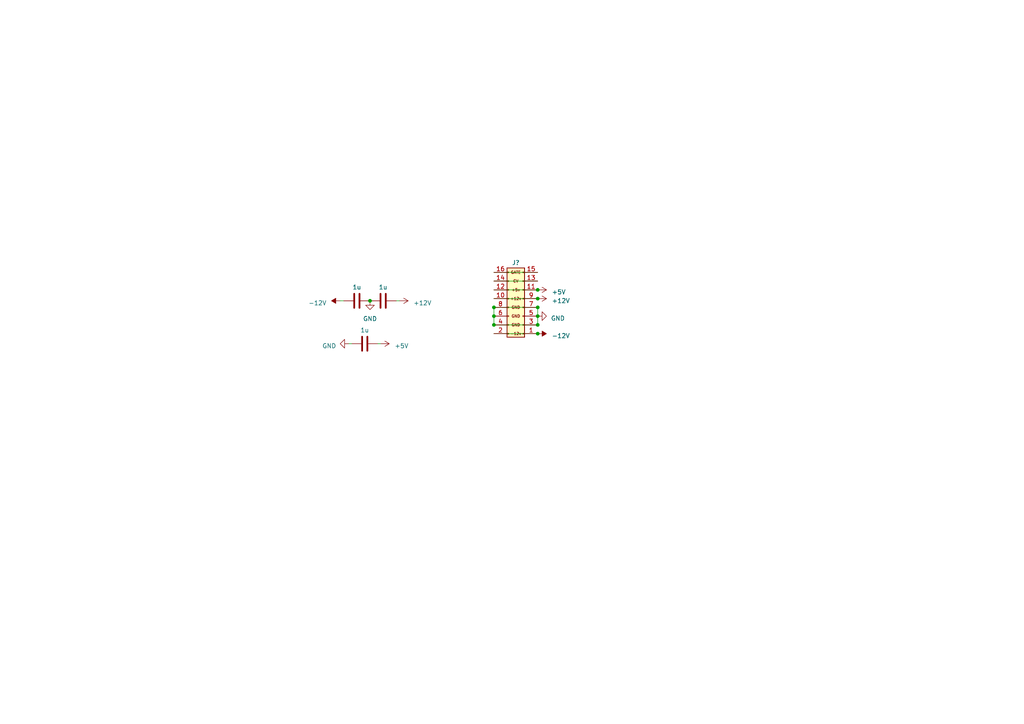
<source format=kicad_sch>
(kicad_sch (version 20230121) (generator eeschema)

  (uuid b7b6c31b-9558-4fd5-8543-c924aa78b4d6)

  (paper "A4")

  (lib_symbols
    (symbol "EuroRackTools:EuroPower16" (pin_names (offset 1.016) hide) (in_bom yes) (on_board yes)
      (property "Reference" "J" (at 1.27 10.16 0)
        (effects (font (size 1.27 1.27)))
      )
      (property "Value" "EuroPower16" (at 1.27 -12.7 0)
        (effects (font (size 1.27 1.27)) hide)
      )
      (property "Footprint" "Connector_IDC:IDC-Header_2x08_P2.54mm_Vertical_SMD" (at 1.524 -18.034 0)
        (effects (font (size 1.27 1.27)) hide)
      )
      (property "Datasheet" "~" (at 1.524 -15.367 0)
        (effects (font (size 1.27 1.27)) hide)
      )
      (property "lcsc" "C383608" (at 5.08 12.7 0)
        (effects (font (size 1.27 1.27)) hide)
      )
      (property "ki_keywords" "connector" (at 0 0 0)
        (effects (font (size 1.27 1.27)) hide)
      )
      (property "ki_description" "Generic connector, double row, 02x08, odd/even pin numbering scheme (row 1 odd numbers, row 2 even numbers), script generated (kicad-library-utils/schlib/autogen/connector/)" (at 0 0 0)
        (effects (font (size 1.27 1.27)) hide)
      )
      (property "ki_fp_filters" "Connector*:*_2x??_*" (at 0 0 0)
        (effects (font (size 1.27 1.27)) hide)
      )
      (symbol "EuroPower16_0_0"
        (text "+12v" (at 1.27 0 0)
          (effects (font (size 0.8 0.8)))
        )
        (text "+5v" (at 1.27 2.54 0)
          (effects (font (size 0.8 0.8)))
        )
        (text "-12v" (at 1.27 -10.16 0)
          (effects (font (size 0.8 0.8)))
        )
        (text "CV" (at 1.27 5.08 0)
          (effects (font (size 0.8 0.8)))
        )
        (text "GATE" (at 1.27 7.62 0)
          (effects (font (size 0.8 0.8)))
        )
        (text "GND" (at 1.27 -7.62 0)
          (effects (font (size 0.8 0.8)))
        )
        (text "GND" (at 1.27 -5.08 0)
          (effects (font (size 0.8 0.8)))
        )
        (text "GND" (at 1.27 -2.54 0)
          (effects (font (size 0.8 0.8)))
        )
      )
      (symbol "EuroPower16_1_1"
        (rectangle (start -1.27 -10.033) (end -0.762 -10.287)
          (stroke (width 0.1524) (type default))
          (fill (type none))
        )
        (rectangle (start -1.27 -7.493) (end -0.762 -7.747)
          (stroke (width 0.1524) (type default))
          (fill (type none))
        )
        (rectangle (start -1.27 -4.953) (end -0.762 -5.207)
          (stroke (width 0.1524) (type default))
          (fill (type none))
        )
        (rectangle (start -1.27 -2.413) (end -0.762 -2.667)
          (stroke (width 0.1524) (type default))
          (fill (type none))
        )
        (rectangle (start -1.27 0.127) (end -0.762 -0.127)
          (stroke (width 0.1524) (type default))
          (fill (type none))
        )
        (rectangle (start -1.27 2.667) (end -0.762 2.413)
          (stroke (width 0.1524) (type default))
          (fill (type none))
        )
        (rectangle (start -1.27 5.207) (end -0.762 4.953)
          (stroke (width 0.1524) (type default))
          (fill (type none))
        )
        (rectangle (start -1.27 7.747) (end -0.762 7.493)
          (stroke (width 0.1524) (type default))
          (fill (type none))
        )
        (rectangle (start -1.27 8.89) (end 3.81 -11.176)
          (stroke (width 0.254) (type default))
          (fill (type background))
        )
        (rectangle (start 3.302 -10.033) (end 3.81 -10.287)
          (stroke (width 0.1524) (type default))
          (fill (type none))
        )
        (rectangle (start 3.302 -7.493) (end 3.81 -7.747)
          (stroke (width 0.1524) (type default))
          (fill (type none))
        )
        (rectangle (start 3.302 -4.953) (end 3.81 -5.207)
          (stroke (width 0.1524) (type default))
          (fill (type none))
        )
        (rectangle (start 3.302 -2.413) (end 3.81 -2.667)
          (stroke (width 0.1524) (type default))
          (fill (type none))
        )
        (rectangle (start 3.302 0.127) (end 3.81 -0.127)
          (stroke (width 0.1524) (type default))
          (fill (type none))
        )
        (rectangle (start 3.302 2.667) (end 3.81 2.413)
          (stroke (width 0.1524) (type default))
          (fill (type none))
        )
        (rectangle (start 3.302 5.207) (end 3.81 4.953)
          (stroke (width 0.1524) (type default))
          (fill (type none))
        )
        (rectangle (start 3.302 7.747) (end 3.81 7.493)
          (stroke (width 0.1524) (type default))
          (fill (type none))
        )
        (pin power_out line (at 7.62 -10.16 180) (length 3.81)
          (name "-12v_R" (effects (font (size 1.27 1.27))))
          (number "1" (effects (font (size 1.27 1.27))))
        )
        (pin power_out line (at -5.08 0 0) (length 3.81)
          (name "+12V_L" (effects (font (size 1.27 1.27))))
          (number "10" (effects (font (size 1.27 1.27))))
        )
        (pin power_out line (at 7.62 2.54 180) (length 3.81)
          (name "+5v_R" (effects (font (size 1.27 1.27))))
          (number "11" (effects (font (size 1.27 1.27))))
        )
        (pin power_out line (at -5.08 2.54 0) (length 3.81)
          (name "+5v_L" (effects (font (size 1.27 1.27))))
          (number "12" (effects (font (size 1.27 1.27))))
        )
        (pin passive line (at 7.62 5.08 180) (length 3.81)
          (name "CV_R" (effects (font (size 1.27 1.27))))
          (number "13" (effects (font (size 1.27 1.27))))
        )
        (pin passive line (at -5.08 5.08 0) (length 3.81)
          (name "CV_L" (effects (font (size 1.27 1.27))))
          (number "14" (effects (font (size 1.27 1.27))))
        )
        (pin passive line (at 7.62 7.62 180) (length 3.81)
          (name "GATE_R" (effects (font (size 1.27 1.27))))
          (number "15" (effects (font (size 1.27 1.27))))
        )
        (pin passive line (at -5.08 7.62 0) (length 3.81)
          (name "GATE_L" (effects (font (size 1.27 1.27))))
          (number "16" (effects (font (size 1.27 1.27))))
        )
        (pin power_out line (at -5.08 -10.16 0) (length 3.81)
          (name "-12v_L" (effects (font (size 1.27 1.27))))
          (number "2" (effects (font (size 1.27 1.27))))
        )
        (pin power_out line (at 7.62 -7.62 180) (length 3.81)
          (name "GND" (effects (font (size 1.27 1.27))))
          (number "3" (effects (font (size 1.27 1.27))))
        )
        (pin power_out line (at -5.08 -7.62 0) (length 3.81)
          (name "GND" (effects (font (size 1.27 1.27))))
          (number "4" (effects (font (size 1.27 1.27))))
        )
        (pin power_out line (at 7.62 -5.08 180) (length 3.81)
          (name "GND_R3" (effects (font (size 1.27 1.27))))
          (number "5" (effects (font (size 1.27 1.27))))
        )
        (pin power_out line (at -5.08 -5.08 0) (length 3.81)
          (name "GND_L3" (effects (font (size 1.27 1.27))))
          (number "6" (effects (font (size 1.27 1.27))))
        )
        (pin power_out line (at 7.62 -2.54 180) (length 3.81)
          (name "GND_R2" (effects (font (size 1.27 1.27))))
          (number "7" (effects (font (size 1.27 1.27))))
        )
        (pin power_out line (at -5.08 -2.54 0) (length 3.81)
          (name "GND_L2" (effects (font (size 1.27 1.27))))
          (number "8" (effects (font (size 1.27 1.27))))
        )
        (pin power_out line (at 7.62 0 180) (length 3.81)
          (name "+12V_R" (effects (font (size 1.27 1.27))))
          (number "9" (effects (font (size 1.27 1.27))))
        )
      )
    )
    (symbol "kpm-jlcpcb-basic:1u C 0603" (pin_numbers hide) (pin_names (offset 0.254)) (in_bom yes) (on_board yes)
      (property "Reference" "C" (at -1.27 6.35 0)
        (effects (font (size 1.27 1.27)) hide)
      )
      (property "Value" "1u" (at -0.635 3.81 0)
        (effects (font (size 1.27 1.27)))
      )
      (property "Footprint" "kpm-jlcpcb-basic:C_0603_1608Metric" (at 13.97 1.27 90)
        (effects (font (size 1.27 1.27)) hide)
      )
      (property "Datasheet" "https://datasheet.lcsc.com/lcsc/1810261812_Samsung-Electro-Mechanics-CL10A105KB8NNNC_C15849.pdf" (at -6.35 6.35 90)
        (effects (font (size 1.27 1.27)) hide)
      )
      (property "LCSC" "C15849" (at -1.27 -1.905 0)
        (effects (font (size 1.27 1.27)) hide)
      )
      (property "ki_keywords" "C capacitor" (at 0 0 0)
        (effects (font (size 1.27 1.27)) hide)
      )
      (property "ki_description" "Samsung Electro-Mechanics CL10A105KB8NNNC" (at 0 0 0)
        (effects (font (size 1.27 1.27)) hide)
      )
      (property "ki_fp_filters" "R_*" (at 0 0 0)
        (effects (font (size 1.27 1.27)) hide)
      )
      (symbol "1u C 0603_0_1"
        (polyline
          (pts
            (xy -1.397 -2.667)
            (xy -1.397 1.397)
          )
          (stroke (width 0.508) (type default))
          (fill (type none))
        )
        (polyline
          (pts
            (xy 0.127 -2.667)
            (xy 0.127 1.397)
          )
          (stroke (width 0.508) (type default))
          (fill (type none))
        )
      )
      (symbol "1u C 0603_1_1"
        (pin passive line (at -4.445 -0.635 0) (length 2.794)
          (name "~" (effects (font (size 1.27 1.27))))
          (number "1" (effects (font (size 1.27 1.27))))
        )
        (pin passive line (at 3.175 -0.635 180) (length 2.794)
          (name "~" (effects (font (size 1.27 1.27))))
          (number "2" (effects (font (size 1.27 1.27))))
        )
      )
    )
    (symbol "power:+12V" (power) (pin_names (offset 0)) (in_bom yes) (on_board yes)
      (property "Reference" "#PWR" (at 0 -3.81 0)
        (effects (font (size 1.27 1.27)) hide)
      )
      (property "Value" "+12V" (at 0 3.556 0)
        (effects (font (size 1.27 1.27)))
      )
      (property "Footprint" "" (at 0 0 0)
        (effects (font (size 1.27 1.27)) hide)
      )
      (property "Datasheet" "" (at 0 0 0)
        (effects (font (size 1.27 1.27)) hide)
      )
      (property "ki_keywords" "global power" (at 0 0 0)
        (effects (font (size 1.27 1.27)) hide)
      )
      (property "ki_description" "Power symbol creates a global label with name \"+12V\"" (at 0 0 0)
        (effects (font (size 1.27 1.27)) hide)
      )
      (symbol "+12V_0_1"
        (polyline
          (pts
            (xy -0.762 1.27)
            (xy 0 2.54)
          )
          (stroke (width 0) (type default))
          (fill (type none))
        )
        (polyline
          (pts
            (xy 0 0)
            (xy 0 2.54)
          )
          (stroke (width 0) (type default))
          (fill (type none))
        )
        (polyline
          (pts
            (xy 0 2.54)
            (xy 0.762 1.27)
          )
          (stroke (width 0) (type default))
          (fill (type none))
        )
      )
      (symbol "+12V_1_1"
        (pin power_in line (at 0 0 90) (length 0) hide
          (name "+12V" (effects (font (size 1.27 1.27))))
          (number "1" (effects (font (size 1.27 1.27))))
        )
      )
    )
    (symbol "power:+5V" (power) (pin_names (offset 0)) (in_bom yes) (on_board yes)
      (property "Reference" "#PWR" (at 0 -3.81 0)
        (effects (font (size 1.27 1.27)) hide)
      )
      (property "Value" "+5V" (at 0 3.556 0)
        (effects (font (size 1.27 1.27)))
      )
      (property "Footprint" "" (at 0 0 0)
        (effects (font (size 1.27 1.27)) hide)
      )
      (property "Datasheet" "" (at 0 0 0)
        (effects (font (size 1.27 1.27)) hide)
      )
      (property "ki_keywords" "global power" (at 0 0 0)
        (effects (font (size 1.27 1.27)) hide)
      )
      (property "ki_description" "Power symbol creates a global label with name \"+5V\"" (at 0 0 0)
        (effects (font (size 1.27 1.27)) hide)
      )
      (symbol "+5V_0_1"
        (polyline
          (pts
            (xy -0.762 1.27)
            (xy 0 2.54)
          )
          (stroke (width 0) (type default))
          (fill (type none))
        )
        (polyline
          (pts
            (xy 0 0)
            (xy 0 2.54)
          )
          (stroke (width 0) (type default))
          (fill (type none))
        )
        (polyline
          (pts
            (xy 0 2.54)
            (xy 0.762 1.27)
          )
          (stroke (width 0) (type default))
          (fill (type none))
        )
      )
      (symbol "+5V_1_1"
        (pin power_in line (at 0 0 90) (length 0) hide
          (name "+5V" (effects (font (size 1.27 1.27))))
          (number "1" (effects (font (size 1.27 1.27))))
        )
      )
    )
    (symbol "power:-12V" (power) (pin_names (offset 0)) (in_bom yes) (on_board yes)
      (property "Reference" "#PWR" (at 0 2.54 0)
        (effects (font (size 1.27 1.27)) hide)
      )
      (property "Value" "-12V" (at 0 3.81 0)
        (effects (font (size 1.27 1.27)))
      )
      (property "Footprint" "" (at 0 0 0)
        (effects (font (size 1.27 1.27)) hide)
      )
      (property "Datasheet" "" (at 0 0 0)
        (effects (font (size 1.27 1.27)) hide)
      )
      (property "ki_keywords" "global power" (at 0 0 0)
        (effects (font (size 1.27 1.27)) hide)
      )
      (property "ki_description" "Power symbol creates a global label with name \"-12V\"" (at 0 0 0)
        (effects (font (size 1.27 1.27)) hide)
      )
      (symbol "-12V_0_0"
        (pin power_in line (at 0 0 90) (length 0) hide
          (name "-12V" (effects (font (size 1.27 1.27))))
          (number "1" (effects (font (size 1.27 1.27))))
        )
      )
      (symbol "-12V_0_1"
        (polyline
          (pts
            (xy 0 0)
            (xy 0 1.27)
            (xy 0.762 1.27)
            (xy 0 2.54)
            (xy -0.762 1.27)
            (xy 0 1.27)
          )
          (stroke (width 0) (type default))
          (fill (type outline))
        )
      )
    )
    (symbol "power:GND" (power) (pin_names (offset 0)) (in_bom yes) (on_board yes)
      (property "Reference" "#PWR" (at 0 -6.35 0)
        (effects (font (size 1.27 1.27)) hide)
      )
      (property "Value" "GND" (at 0 -3.81 0)
        (effects (font (size 1.27 1.27)))
      )
      (property "Footprint" "" (at 0 0 0)
        (effects (font (size 1.27 1.27)) hide)
      )
      (property "Datasheet" "" (at 0 0 0)
        (effects (font (size 1.27 1.27)) hide)
      )
      (property "ki_keywords" "global power" (at 0 0 0)
        (effects (font (size 1.27 1.27)) hide)
      )
      (property "ki_description" "Power symbol creates a global label with name \"GND\" , ground" (at 0 0 0)
        (effects (font (size 1.27 1.27)) hide)
      )
      (symbol "GND_0_1"
        (polyline
          (pts
            (xy 0 0)
            (xy 0 -1.27)
            (xy 1.27 -1.27)
            (xy 0 -2.54)
            (xy -1.27 -1.27)
            (xy 0 -1.27)
          )
          (stroke (width 0) (type default))
          (fill (type none))
        )
      )
      (symbol "GND_1_1"
        (pin power_in line (at 0 0 270) (length 0) hide
          (name "GND" (effects (font (size 1.27 1.27))))
          (number "1" (effects (font (size 1.27 1.27))))
        )
      )
    )
  )

  (junction (at 155.956 89.154) (diameter 0) (color 0 0 0 0)
    (uuid 2277ea08-3cc4-410c-b4cc-08f120190611)
  )
  (junction (at 143.256 89.154) (diameter 0) (color 0 0 0 0)
    (uuid 508ad54d-7924-4f1f-b0d6-9ef359bd6575)
  )
  (junction (at 155.956 91.694) (diameter 0) (color 0 0 0 0)
    (uuid 74107846-b626-42ad-a3b7-a751b87368d3)
  )
  (junction (at 143.256 91.694) (diameter 0) (color 0 0 0 0)
    (uuid 8166069d-c595-4f35-b92a-d471fbdb9594)
  )
  (junction (at 155.956 86.614) (diameter 0) (color 0 0 0 0)
    (uuid 8b47f14a-95c6-460e-8230-2177497d3d60)
  )
  (junction (at 155.956 96.774) (diameter 0) (color 0 0 0 0)
    (uuid a8c179e1-006b-4b30-bf79-7da3377aec34)
  )
  (junction (at 155.956 84.074) (diameter 0) (color 0 0 0 0)
    (uuid cdeb7fe1-99ac-4228-bf09-550ebb551e21)
  )
  (junction (at 143.256 94.234) (diameter 0) (color 0 0 0 0)
    (uuid d0aed141-4ae4-4133-9167-1e9744267719)
  )
  (junction (at 107.315 87.249) (diameter 0) (color 0 0 0 0)
    (uuid e1746dde-9710-426a-89f7-123f92b10449)
  )
  (junction (at 155.956 94.234) (diameter 0) (color 0 0 0 0)
    (uuid e8868eb2-5ee2-43fc-8af1-4c671d235473)
  )

  (wire (pts (xy 155.956 91.694) (xy 155.956 89.154))
    (stroke (width 0) (type default))
    (uuid 09a86bcb-1c46-4d6c-8d7f-b8960099df24)
  )
  (wire (pts (xy 110.363 99.695) (xy 109.601 99.695))
    (stroke (width 0) (type default))
    (uuid 2099c6bb-9e1e-4fc5-ab75-b50d4c56be46)
  )
  (wire (pts (xy 143.256 96.774) (xy 155.956 96.774))
    (stroke (width 0) (type default))
    (uuid 2546b4ef-03d0-4b0c-8065-0af21411ec74)
  )
  (wire (pts (xy 143.256 78.994) (xy 155.956 78.994))
    (stroke (width 0) (type default))
    (uuid 2d726dfd-b26b-49a5-8155-c8c818d6022b)
  )
  (wire (pts (xy 143.256 84.074) (xy 155.956 84.074))
    (stroke (width 0) (type default))
    (uuid 36efe82f-b94e-4e00-b78e-0b84cfde170d)
  )
  (wire (pts (xy 115.824 87.249) (xy 114.935 87.249))
    (stroke (width 0) (type default))
    (uuid 6cdf1c0e-42bc-4f94-b400-69a05e04082a)
  )
  (wire (pts (xy 143.256 91.694) (xy 143.256 94.234))
    (stroke (width 0) (type default))
    (uuid 73e6b664-43f2-4de6-b617-3a3e45e91d43)
  )
  (wire (pts (xy 101.219 99.695) (xy 101.981 99.695))
    (stroke (width 0) (type default))
    (uuid 8bad9dd3-17a0-4c71-b6a3-c751ecf28766)
  )
  (wire (pts (xy 143.256 86.614) (xy 155.956 86.614))
    (stroke (width 0) (type default))
    (uuid b105d6a5-1264-4569-be91-70abe7e0c59c)
  )
  (wire (pts (xy 143.256 89.154) (xy 143.256 91.694))
    (stroke (width 0) (type default))
    (uuid bd1729e4-1999-4686-9e05-f9280384746b)
  )
  (wire (pts (xy 155.956 89.154) (xy 143.256 89.154))
    (stroke (width 0) (type default))
    (uuid c1f1beeb-9193-4d79-9e91-fc9fd1eedd84)
  )
  (wire (pts (xy 143.256 81.534) (xy 155.956 81.534))
    (stroke (width 0) (type default))
    (uuid d4ea1865-5975-4776-9da2-c24662d3072e)
  )
  (wire (pts (xy 155.956 94.234) (xy 155.956 91.694))
    (stroke (width 0) (type default))
    (uuid daef28f4-347b-4136-9dc3-ecf41e4ecc51)
  )
  (wire (pts (xy 98.679 87.249) (xy 99.695 87.249))
    (stroke (width 0) (type default))
    (uuid ecbec9d2-f123-48cc-aebd-1d80347043cd)
  )
  (wire (pts (xy 143.256 94.234) (xy 155.956 94.234))
    (stroke (width 0) (type default))
    (uuid edc5ab32-9309-4272-9b82-21b6a9b8eebf)
  )

  (symbol (lib_id "kpm-jlcpcb-basic:1u C 0603") (at 104.14 86.614 0) (unit 1)
    (in_bom yes) (on_board yes) (dnp no) (fields_autoplaced)
    (uuid 0b2315d1-d731-4bbf-8361-02d5cca3cfd5)
    (property "Reference" "C?" (at 102.87 80.264 0)
      (effects (font (size 1.27 1.27)) hide)
    )
    (property "Value" "1u" (at 103.505 83.312 0)
      (effects (font (size 1.27 1.27)))
    )
    (property "Footprint" "kpm-jlcpcb-basic:C_0603_1608Metric" (at 118.11 85.344 90)
      (effects (font (size 1.27 1.27)) hide)
    )
    (property "Datasheet" "https://datasheet.lcsc.com/lcsc/1810261812_Samsung-Electro-Mechanics-CL10A105KB8NNNC_C15849.pdf" (at 97.79 80.264 90)
      (effects (font (size 1.27 1.27)) hide)
    )
    (property "LCSC" "C15849" (at 102.87 88.519 0)
      (effects (font (size 1.27 1.27)) hide)
    )
    (pin "1" (uuid b0d5bea2-86fa-4709-951e-1c3f9475e660))
    (pin "2" (uuid ee2b4551-ee4f-4312-ac9e-3eccb2d57175))
    (instances
      (project "synth-subsheets"
        (path "/a4893583-2878-4d86-bdba-6b18e8bd6cd6/59831f5d-608c-40ab-b479-646556675e14"
          (reference "C?") (unit 1)
        )
      )
    )
  )

  (symbol (lib_id "power:GND") (at 101.219 99.695 270) (unit 1)
    (in_bom yes) (on_board yes) (dnp no) (fields_autoplaced)
    (uuid 1581eeaa-ba4b-4104-8c64-51499d547d4c)
    (property "Reference" "#PWR08" (at 94.869 99.695 0)
      (effects (font (size 1.27 1.27)) hide)
    )
    (property "Value" "GND" (at 97.536 100.33 90)
      (effects (font (size 1.27 1.27)) (justify right))
    )
    (property "Footprint" "" (at 101.219 99.695 0)
      (effects (font (size 1.27 1.27)) hide)
    )
    (property "Datasheet" "" (at 101.219 99.695 0)
      (effects (font (size 1.27 1.27)) hide)
    )
    (pin "1" (uuid 8a679741-27c3-4fce-ada6-87fe78c70617))
    (instances
      (project "synth-subsheets"
        (path "/a4893583-2878-4d86-bdba-6b18e8bd6cd6/59831f5d-608c-40ab-b479-646556675e14"
          (reference "#PWR08") (unit 1)
        )
      )
    )
  )

  (symbol (lib_id "power:+12V") (at 155.956 86.614 270) (unit 1)
    (in_bom yes) (on_board yes) (dnp no) (fields_autoplaced)
    (uuid 4a6038e1-eef7-4d7f-9bc1-2646bdd34e69)
    (property "Reference" "#PWR02" (at 152.146 86.614 0)
      (effects (font (size 1.27 1.27)) hide)
    )
    (property "Value" "+12V" (at 160.02 87.249 90)
      (effects (font (size 1.27 1.27)) (justify left))
    )
    (property "Footprint" "" (at 155.956 86.614 0)
      (effects (font (size 1.27 1.27)) hide)
    )
    (property "Datasheet" "" (at 155.956 86.614 0)
      (effects (font (size 1.27 1.27)) hide)
    )
    (pin "1" (uuid 398ea827-c832-4059-8258-3caf97504826))
    (instances
      (project "synth-subsheets"
        (path "/a4893583-2878-4d86-bdba-6b18e8bd6cd6/59831f5d-608c-40ab-b479-646556675e14"
          (reference "#PWR02") (unit 1)
        )
      )
    )
  )

  (symbol (lib_id "power:+5V") (at 110.363 99.695 270) (unit 1)
    (in_bom yes) (on_board yes) (dnp no) (fields_autoplaced)
    (uuid 4de22163-6351-4507-b409-4c9948d88abf)
    (property "Reference" "#PWR09" (at 106.553 99.695 0)
      (effects (font (size 1.27 1.27)) hide)
    )
    (property "Value" "+5V" (at 114.427 100.33 90)
      (effects (font (size 1.27 1.27)) (justify left))
    )
    (property "Footprint" "" (at 110.363 99.695 0)
      (effects (font (size 1.27 1.27)) hide)
    )
    (property "Datasheet" "" (at 110.363 99.695 0)
      (effects (font (size 1.27 1.27)) hide)
    )
    (pin "1" (uuid e7e06836-b058-46f1-bed9-4feab2f282d3))
    (instances
      (project "synth-subsheets"
        (path "/a4893583-2878-4d86-bdba-6b18e8bd6cd6/59831f5d-608c-40ab-b479-646556675e14"
          (reference "#PWR09") (unit 1)
        )
      )
    )
  )

  (symbol (lib_id "power:+5V") (at 155.956 84.074 270) (unit 1)
    (in_bom yes) (on_board yes) (dnp no) (fields_autoplaced)
    (uuid 5619ec02-911b-4536-8252-3b2361ec1f88)
    (property "Reference" "#PWR01" (at 152.146 84.074 0)
      (effects (font (size 1.27 1.27)) hide)
    )
    (property "Value" "+5V" (at 160.02 84.709 90)
      (effects (font (size 1.27 1.27)) (justify left))
    )
    (property "Footprint" "" (at 155.956 84.074 0)
      (effects (font (size 1.27 1.27)) hide)
    )
    (property "Datasheet" "" (at 155.956 84.074 0)
      (effects (font (size 1.27 1.27)) hide)
    )
    (pin "1" (uuid a60ad198-b253-4795-8218-50f1ccee2b35))
    (instances
      (project "synth-subsheets"
        (path "/a4893583-2878-4d86-bdba-6b18e8bd6cd6/59831f5d-608c-40ab-b479-646556675e14"
          (reference "#PWR01") (unit 1)
        )
      )
    )
  )

  (symbol (lib_id "power:-12V") (at 98.679 87.249 90) (unit 1)
    (in_bom yes) (on_board yes) (dnp no) (fields_autoplaced)
    (uuid 64ec57a8-da7a-4b05-991a-b21b3cb37be2)
    (property "Reference" "#PWR06" (at 96.139 87.249 0)
      (effects (font (size 1.27 1.27)) hide)
    )
    (property "Value" "-12V" (at 94.742 87.884 90)
      (effects (font (size 1.27 1.27)) (justify left))
    )
    (property "Footprint" "" (at 98.679 87.249 0)
      (effects (font (size 1.27 1.27)) hide)
    )
    (property "Datasheet" "" (at 98.679 87.249 0)
      (effects (font (size 1.27 1.27)) hide)
    )
    (pin "1" (uuid 172c7558-372e-4746-9bce-d564813f6d6a))
    (instances
      (project "synth-subsheets"
        (path "/a4893583-2878-4d86-bdba-6b18e8bd6cd6/59831f5d-608c-40ab-b479-646556675e14"
          (reference "#PWR06") (unit 1)
        )
      )
    )
  )

  (symbol (lib_id "kpm-jlcpcb-basic:1u C 0603") (at 106.426 99.06 0) (unit 1)
    (in_bom yes) (on_board yes) (dnp no) (fields_autoplaced)
    (uuid 6ab359a5-1659-445f-8b83-304e23844ff5)
    (property "Reference" "C?" (at 105.156 92.71 0)
      (effects (font (size 1.27 1.27)) hide)
    )
    (property "Value" "1u" (at 105.791 95.758 0)
      (effects (font (size 1.27 1.27)))
    )
    (property "Footprint" "kpm-jlcpcb-basic:C_0603_1608Metric" (at 120.396 97.79 90)
      (effects (font (size 1.27 1.27)) hide)
    )
    (property "Datasheet" "https://datasheet.lcsc.com/lcsc/1810261812_Samsung-Electro-Mechanics-CL10A105KB8NNNC_C15849.pdf" (at 100.076 92.71 90)
      (effects (font (size 1.27 1.27)) hide)
    )
    (property "LCSC" "C15849" (at 105.156 100.965 0)
      (effects (font (size 1.27 1.27)) hide)
    )
    (pin "1" (uuid bad13c1d-56ca-46de-977b-d3c53733cded))
    (pin "2" (uuid 29676de7-22d3-4f44-b175-c8d5bdf6823a))
    (instances
      (project "synth-subsheets"
        (path "/a4893583-2878-4d86-bdba-6b18e8bd6cd6/59831f5d-608c-40ab-b479-646556675e14"
          (reference "C?") (unit 1)
        )
      )
    )
  )

  (symbol (lib_id "power:GND") (at 155.956 91.694 90) (unit 1)
    (in_bom yes) (on_board yes) (dnp no) (fields_autoplaced)
    (uuid 7fcc0f26-fe5c-45b0-987a-d81c78bb4e3c)
    (property "Reference" "#PWR03" (at 162.306 91.694 0)
      (effects (font (size 1.27 1.27)) hide)
    )
    (property "Value" "GND" (at 159.766 92.329 90)
      (effects (font (size 1.27 1.27)) (justify right))
    )
    (property "Footprint" "" (at 155.956 91.694 0)
      (effects (font (size 1.27 1.27)) hide)
    )
    (property "Datasheet" "" (at 155.956 91.694 0)
      (effects (font (size 1.27 1.27)) hide)
    )
    (pin "1" (uuid 5f33131d-7d9f-4ace-9cb3-09f6e5415e5f))
    (instances
      (project "synth-subsheets"
        (path "/a4893583-2878-4d86-bdba-6b18e8bd6cd6/59831f5d-608c-40ab-b479-646556675e14"
          (reference "#PWR03") (unit 1)
        )
      )
    )
  )

  (symbol (lib_id "EuroRackTools:EuroPower16") (at 148.336 86.614 0) (unit 1)
    (in_bom yes) (on_board yes) (dnp no) (fields_autoplaced)
    (uuid 9a1470bd-75f9-4424-85e1-3d3a2b28882a)
    (property "Reference" "J?" (at 149.606 76.2 0)
      (effects (font (size 1.27 1.27)))
    )
    (property "Value" "EuroPower16" (at 149.606 99.314 0)
      (effects (font (size 1.27 1.27)) hide)
    )
    (property "Footprint" "Connector_IDC:IDC-Header_2x08_P2.54mm_Vertical_SMD" (at 149.86 104.648 0)
      (effects (font (size 1.27 1.27)) hide)
    )
    (property "Datasheet" "~" (at 149.86 101.981 0)
      (effects (font (size 1.27 1.27)) hide)
    )
    (property "lcsc" "C383608" (at 153.416 73.914 0)
      (effects (font (size 1.27 1.27)) hide)
    )
    (pin "1" (uuid 9849b91e-04ac-4b09-93c0-9d336c599068))
    (pin "10" (uuid c3ada517-5391-4d2a-ba28-587806850d1e))
    (pin "11" (uuid 52d5d13a-0fd8-4157-b45d-5e91b64234ff))
    (pin "12" (uuid 7dc44257-994f-4e79-a1ce-8bf4aa488cd0))
    (pin "13" (uuid 7e73674c-83b2-476d-addb-2f2c62fc88d9))
    (pin "14" (uuid e5d4e51c-87c2-485e-8f02-c1050b8b6a0a))
    (pin "15" (uuid ec64fb1d-ce68-4f44-b78e-7a098a158640))
    (pin "16" (uuid 06259fa3-1c69-4a9f-b716-79805925a32e))
    (pin "2" (uuid 387895fd-833f-47f0-b553-5b89d60cd4e1))
    (pin "3" (uuid 60cbd013-4a39-4a45-9f6e-7f084752522b))
    (pin "4" (uuid 90946935-e817-418a-a6b2-744ac378b31c))
    (pin "5" (uuid fd5fcfd3-2672-4324-89c4-4ceca6337080))
    (pin "6" (uuid c6b511f3-e635-4c0c-9b3b-1432b8d2b978))
    (pin "7" (uuid 4ca54590-a1e4-44ac-8d5f-a56aaba27227))
    (pin "8" (uuid a205ca28-51bf-4338-bf97-644e96401eb6))
    (pin "9" (uuid 05aeca6c-f976-4f9d-b0fb-5185de2fc8b9))
    (instances
      (project "synth-subsheets"
        (path "/a4893583-2878-4d86-bdba-6b18e8bd6cd6/59831f5d-608c-40ab-b479-646556675e14"
          (reference "J?") (unit 1)
        )
      )
    )
  )

  (symbol (lib_id "power:-12V") (at 155.956 96.774 270) (unit 1)
    (in_bom yes) (on_board yes) (dnp no) (fields_autoplaced)
    (uuid acde739b-aa49-453f-a619-5b7c5caa8cda)
    (property "Reference" "#PWR04" (at 158.496 96.774 0)
      (effects (font (size 1.27 1.27)) hide)
    )
    (property "Value" "-12V" (at 160.02 97.409 90)
      (effects (font (size 1.27 1.27)) (justify left))
    )
    (property "Footprint" "" (at 155.956 96.774 0)
      (effects (font (size 1.27 1.27)) hide)
    )
    (property "Datasheet" "" (at 155.956 96.774 0)
      (effects (font (size 1.27 1.27)) hide)
    )
    (pin "1" (uuid 9e46c489-5bea-4b08-88a1-5602a22620ba))
    (instances
      (project "synth-subsheets"
        (path "/a4893583-2878-4d86-bdba-6b18e8bd6cd6/59831f5d-608c-40ab-b479-646556675e14"
          (reference "#PWR04") (unit 1)
        )
      )
    )
  )

  (symbol (lib_id "kpm-jlcpcb-basic:1u C 0603") (at 111.76 86.614 0) (unit 1)
    (in_bom yes) (on_board yes) (dnp no) (fields_autoplaced)
    (uuid b8293d4e-521e-442d-98e4-10a9fcaa40ba)
    (property "Reference" "C?" (at 110.49 80.264 0)
      (effects (font (size 1.27 1.27)) hide)
    )
    (property "Value" "1u" (at 111.125 83.312 0)
      (effects (font (size 1.27 1.27)))
    )
    (property "Footprint" "kpm-jlcpcb-basic:C_0603_1608Metric" (at 125.73 85.344 90)
      (effects (font (size 1.27 1.27)) hide)
    )
    (property "Datasheet" "https://datasheet.lcsc.com/lcsc/1810261812_Samsung-Electro-Mechanics-CL10A105KB8NNNC_C15849.pdf" (at 105.41 80.264 90)
      (effects (font (size 1.27 1.27)) hide)
    )
    (property "LCSC" "C15849" (at 110.49 88.519 0)
      (effects (font (size 1.27 1.27)) hide)
    )
    (pin "1" (uuid ebe815f8-f8a6-4a69-b222-c8ca0620b354))
    (pin "2" (uuid 7a515b1c-838c-4084-97c9-c93acecf64ad))
    (instances
      (project "synth-subsheets"
        (path "/a4893583-2878-4d86-bdba-6b18e8bd6cd6/59831f5d-608c-40ab-b479-646556675e14"
          (reference "C?") (unit 1)
        )
      )
    )
  )

  (symbol (lib_id "power:GND") (at 107.315 87.249 0) (unit 1)
    (in_bom yes) (on_board yes) (dnp no) (fields_autoplaced)
    (uuid d90376e6-374f-409e-af35-e3614f9420fe)
    (property "Reference" "#PWR07" (at 107.315 93.599 0)
      (effects (font (size 1.27 1.27)) hide)
    )
    (property "Value" "GND" (at 107.315 92.456 0)
      (effects (font (size 1.27 1.27)))
    )
    (property "Footprint" "" (at 107.315 87.249 0)
      (effects (font (size 1.27 1.27)) hide)
    )
    (property "Datasheet" "" (at 107.315 87.249 0)
      (effects (font (size 1.27 1.27)) hide)
    )
    (pin "1" (uuid 75fd7d95-744e-4923-8dc1-d32627616554))
    (instances
      (project "synth-subsheets"
        (path "/a4893583-2878-4d86-bdba-6b18e8bd6cd6/59831f5d-608c-40ab-b479-646556675e14"
          (reference "#PWR07") (unit 1)
        )
      )
    )
  )

  (symbol (lib_id "power:+12V") (at 115.824 87.249 270) (unit 1)
    (in_bom yes) (on_board yes) (dnp no) (fields_autoplaced)
    (uuid fb00b879-721b-4ce9-9f36-85a5306b3e1e)
    (property "Reference" "#PWR05" (at 112.014 87.249 0)
      (effects (font (size 1.27 1.27)) hide)
    )
    (property "Value" "+12V" (at 119.888 87.884 90)
      (effects (font (size 1.27 1.27)) (justify left))
    )
    (property "Footprint" "" (at 115.824 87.249 0)
      (effects (font (size 1.27 1.27)) hide)
    )
    (property "Datasheet" "" (at 115.824 87.249 0)
      (effects (font (size 1.27 1.27)) hide)
    )
    (pin "1" (uuid 7fe2e618-67f8-44c3-aef2-3f5e4ed3f2f2))
    (instances
      (project "synth-subsheets"
        (path "/a4893583-2878-4d86-bdba-6b18e8bd6cd6/59831f5d-608c-40ab-b479-646556675e14"
          (reference "#PWR05") (unit 1)
        )
      )
    )
  )
)

</source>
